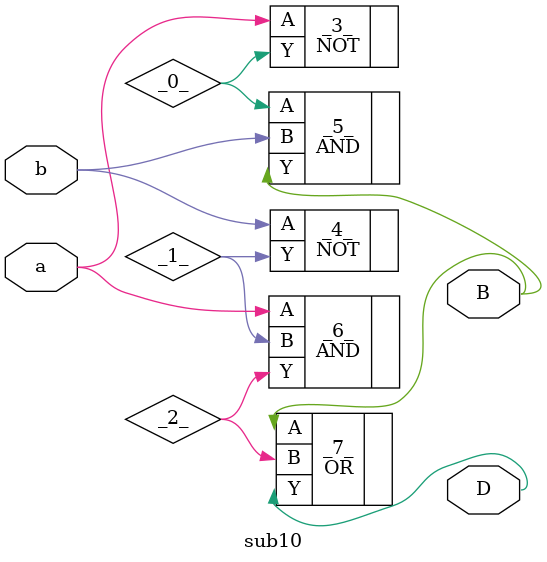
<source format=v>
/* Generated by Yosys 0.41+83 (git sha1 7045cf509, x86_64-w64-mingw32-g++ 13.2.1 -Os) */

/* cells_not_processed =  1  */
/* src = "sub10.v:2.1-5.10" */
module sub10(a, b, D, B);
  wire _0_;
  wire _1_;
  wire _2_;
  /* src = "sub10.v:2.37-2.38" */
  output B;
  wire B;
  /* src = "sub10.v:2.34-2.35" */
  output D;
  wire D;
  /* src = "sub10.v:2.21-2.22" */
  input a;
  wire a;
  /* src = "sub10.v:2.24-2.25" */
  input b;
  wire b;
  NOT _3_ (
    .A(a),
    .Y(_0_)
  );
  NOT _4_ (
    .A(b),
    .Y(_1_)
  );
  AND _5_ (
    .A(_0_),
    .B(b),
    .Y(B)
  );
  AND _6_ (
    .A(a),
    .B(_1_),
    .Y(_2_)
  );
  OR _7_ (
    .A(B),
    .B(_2_),
    .Y(D)
  );
endmodule

</source>
